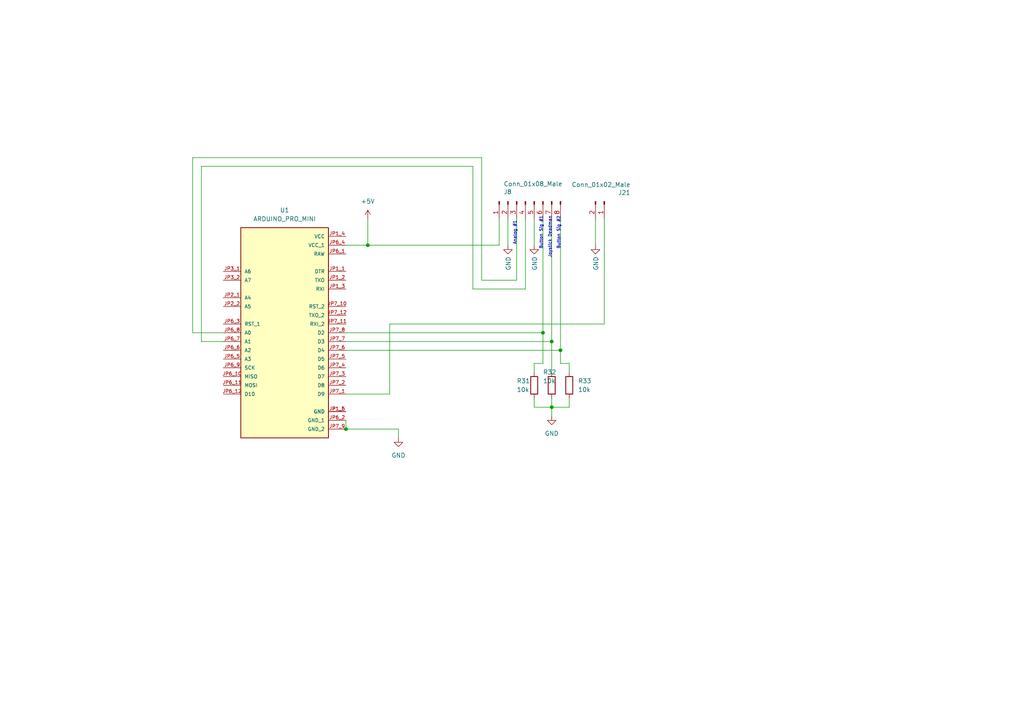
<source format=kicad_sch>
(kicad_sch (version 20230121) (generator eeschema)
  (paper "A4")
  (lib_symbols
    (symbol "ARDUINO_PRO_MINI:ARDUINO_PRO_MINI" (pin_names (offset 1.016))
      (property "Reference" "U" (at -12.7 31.75 0))
      (property "Value" "ARDUINO_PRO_MINI" (at -12.7 -33.02 0))
      (symbol "ARDUINO_PRO_MINI_0_0"
        (rectangle (start -12.7 -30.48) (end 12.7 30.48) (stroke (width 0.254)) (fill (type background)))
        (pin input line (at 17.78 17.78 180) (length 5.08) (name "DTR") (number "JP1_1"))
        (pin bidirectional line (at 17.78 15.24 180) (length 5.08) (name "TXO") (number "JP1_2"))
        (pin bidirectional line (at 17.78 12.7 180) (length 5.08) (name "RXI") (number "JP1_3"))
        (pin power_in line (at 17.78 27.94 180) (length 5.08) (name "VCC") (number "JP1_4"))
        (pin power_in line (at 17.78 -22.86 180) (length 5.08) (name "GND") (number "JP1_5"))
        (pin power_in line (at 17.78 -22.86 180) (length 5.08) (name "GND") (number "JP1_6"))
        (pin bidirectional line (at -17.78 10.16 0) (length 5.08) (name "A4") (number "JP2_1"))
        (pin bidirectional line (at -17.78 7.62 0) (length 5.08) (name "A5") (number "JP2_2"))
        (pin input line (at -17.78 17.78 0) (length 5.08) (name "A6") (number "JP3_1"))
        (pin input line (at -17.78 15.24 0) (length 5.08) (name "A7") (number "JP3_2"))
        (pin power_in line (at 17.78 22.86 180) (length 5.08) (name "RAW") (number "JP6_1"))
        (pin bidirectional line (at -17.78 -12.7 0) (length 5.08) (name "MISO") (number "JP6_10"))
        (pin bidirectional line (at -17.78 -15.24 0) (length 5.08) (name "MOSI") (number "JP6_11"))
        (pin bidirectional line (at -17.78 -17.78 0) (length 5.08) (name "D10") (number "JP6_12"))
        (pin power_in line (at 17.78 -25.4 180) (length 5.08) (name "GND_1") (number "JP6_2"))
        (pin input line (at -17.78 2.54 0) (length 5.08) (name "RST_1") (number "JP6_3"))
        (pin power_in line (at 17.78 25.4 180) (length 5.08) (name "VCC_1") (number "JP6_4"))
        (pin bidirectional line (at -17.78 -7.62 0) (length 5.08) (name "A3") (number "JP6_5"))
        (pin bidirectional line (at -17.78 -5.08 0) (length 5.08) (name "A2") (number "JP6_6"))
        (pin bidirectional line (at -17.78 -2.54 0) (length 5.08) (name "A1") (number "JP6_7"))
        (pin bidirectional line (at -17.78 0 0) (length 5.08) (name "A0") (number "JP6_8"))
        (pin bidirectional line (at -17.78 -10.16 0) (length 5.08) (name "SCK") (number "JP6_9"))
        (pin bidirectional line (at 17.78 -17.78 180) (length 5.08) (name "D9") (number "JP7_1"))
        (pin input line (at 17.78 7.62 180) (length 5.08) (name "RST_2") (number "JP7_10"))
        (pin bidirectional line (at 17.78 2.54 180) (length 5.08) (name "RXI_2") (number "JP7_11"))
        (pin bidirectional line (at 17.78 5.08 180) (length 5.08) (name "TXO_2") (number "JP7_12"))
        (pin bidirectional line (at 17.78 -15.24 180) (length 5.08) (name "D8") (number "JP7_2"))
        (pin bidirectional line (at 17.78 -12.7 180) (length 5.08) (name "D7") (number "JP7_3"))
        (pin bidirectional line (at 17.78 -10.16 180) (length 5.08) (name "D6") (number "JP7_4"))
        (pin bidirectional line (at 17.78 -7.62 180) (length 5.08) (name "D5") (number "JP7_5"))
        (pin bidirectional line (at 17.78 -5.08 180) (length 5.08) (name "D4") (number "JP7_6"))
        (pin bidirectional line (at 17.78 -2.54 180) (length 5.08) (name "D3") (number "JP7_7"))
        (pin bidirectional line (at 17.78 0 180) (length 5.08) (name "D2") (number "JP7_8"))
        (pin power_in line (at 17.78 -27.94 180) (length 5.08) (name "GND_2") (number "JP7_9"))
      )
    )
    (symbol "Device:R" (pin_numbers hide) (pin_names (offset 0))
      (property "Reference" "R" (at 2.032 0 90))
      (property "Value" "R" (at 0 0 90))
      (symbol "R_0_1"
        (rectangle (start -1.016 -2.54) (end 1.016 2.54) (stroke (width 0.254)))
      )
      (symbol "R_1_1"
        (pin passive line (at 0 3.81 270) (length 1.27) (name "~") (number "1"))
        (pin passive line (at 0 -3.81 90) (length 1.27) (name "~") (number "2"))
      )
    )
    (symbol "Motherboard_2023-rescue:Conn_01x02_Male-Connector" (pin_names (offset 1.016) hide)
      (property "Reference" "J" (at 0 2.54 0))
      (property "Value" "Connector_Conn_01x02_Male" (at 0 -5.08 0))
      (symbol "Conn_01x02_Male-Connector_1_1"
        (polyline (pts (xy 1.27 -2.54) (xy 0.8636 -2.54)) (stroke (width 0.1524)))
        (polyline (pts (xy 1.27 0) (xy 0.8636 0)) (stroke (width 0.1524)))
        (rectangle (start 0.8636 -2.413) (end 0 -2.667) (stroke (width 0.1524)) (fill (type outline)))
        (rectangle (start 0.8636 0.127) (end 0 -0.127) (stroke (width 0.1524)) (fill (type outline)))
        (pin passive line (at 5.08 0 180) (length 3.81) (name "Pin_1") (number "1"))
        (pin passive line (at 5.08 -2.54 180) (length 3.81) (name "Pin_2") (number "2"))
      )
    )
    (symbol "Motherboard_2023-rescue:Conn_01x08_Male-Connector" (pin_names (offset 1.016) hide)
      (property "Reference" "J" (at 0 10.16 0))
      (property "Value" "Connector_Conn_01x08_Male" (at 0 -12.7 0))
      (symbol "Conn_01x08_Male-Connector_1_1"
        (polyline (pts (xy 1.27 -10.16) (xy 0.8636 -10.16)) (stroke (width 0.1524)))
        (polyline (pts (xy 1.27 -7.62) (xy 0.8636 -7.62)) (stroke (width 0.1524)))
        (polyline (pts (xy 1.27 -5.08) (xy 0.8636 -5.08)) (stroke (width 0.1524)))
        (polyline (pts (xy 1.27 -2.54) (xy 0.8636 -2.54)) (stroke (width 0.1524)))
        (polyline (pts (xy 1.27 0) (xy 0.8636 0)) (stroke (width 0.1524)))
        (polyline (pts (xy 1.27 2.54) (xy 0.8636 2.54)) (stroke (width 0.1524)))
        (polyline (pts (xy 1.27 5.08) (xy 0.8636 5.08)) (stroke (width 0.1524)))
        (polyline (pts (xy 1.27 7.62) (xy 0.8636 7.62)) (stroke (width 0.1524)))
        (rectangle (start 0.8636 -10.033) (end 0 -10.287) (stroke (width 0.1524)) (fill (type outline)))
        (rectangle (start 0.8636 -7.493) (end 0 -7.747) (stroke (width 0.1524)) (fill (type outline)))
        (rectangle (start 0.8636 -4.953) (end 0 -5.207) (stroke (width 0.1524)) (fill (type outline)))
        (rectangle (start 0.8636 -2.413) (end 0 -2.667) (stroke (width 0.1524)) (fill (type outline)))
        (rectangle (start 0.8636 0.127) (end 0 -0.127) (stroke (width 0.1524)) (fill (type outline)))
        (rectangle (start 0.8636 2.667) (end 0 2.413) (stroke (width 0.1524)) (fill (type outline)))
        (rectangle (start 0.8636 5.207) (end 0 4.953) (stroke (width 0.1524)) (fill (type outline)))
        (rectangle (start 0.8636 7.747) (end 0 7.493) (stroke (width 0.1524)) (fill (type outline)))
        (pin passive line (at 5.08 7.62 180) (length 3.81) (name "Pin_1") (number "1"))
        (pin passive line (at 5.08 5.08 180) (length 3.81) (name "Pin_2") (number "2"))
        (pin passive line (at 5.08 2.54 180) (length 3.81) (name "Pin_3") (number "3"))
        (pin passive line (at 5.08 0 180) (length 3.81) (name "Pin_4") (number "4"))
        (pin passive line (at 5.08 -2.54 180) (length 3.81) (name "Pin_5") (number "5"))
        (pin passive line (at 5.08 -5.08 180) (length 3.81) (name "Pin_6") (number "6"))
        (pin passive line (at 5.08 -7.62 180) (length 3.81) (name "Pin_7") (number "7"))
        (pin passive line (at 5.08 -10.16 180) (length 3.81) (name "Pin_8") (number "8"))
      )
    )
    (symbol "power:+5V" (power) (pin_names (offset 0))
      (property "Value" "+5V" (at 0 3.556 0))
      (symbol "+5V_0_1"
        (polyline (pts (xy -0.762 1.27) (xy 0 2.54)))
        (polyline (pts (xy 0 0) (xy 0 2.54)))
        (polyline (pts (xy 0 2.54) (xy 0.762 1.27)))
      )
      (symbol "+5V_1_1"
        (pin power_in line (at 0 0 90) (length 0) hide (name "+5V") (number "1"))
      )
    )
    (symbol "power:GND" (power) (pin_names (offset 0))
      (property "Value" "GND" (at 0 -3.81 0))
      (symbol "GND_0_1"
        (polyline (pts (xy 0 0) (xy 0 -1.27) (xy 1.27 -1.27) (xy 0 -2.54) (xy -1.27 -1.27) (xy 0 -1.27)))
      )
      (symbol "GND_1_1"
        (pin power_in line (at 0 0 270) (length 0) hide (name "GND") (number "1"))
      )
    )
  )
  (junction (at 160.02 118.11))
  (junction (at 106.68 71.12))
  (junction (at 100.33 124.46))
  (junction (at 160.02 99.06))
  (junction (at 157.48 96.52))
  (junction (at 162.56 101.6))
  (wire (pts (xy 165.1 118.11) (xy 160.02 118.11)))
  (wire (pts (xy 165.1 105.41) (xy 165.1 107.95)))
  (wire (pts (xy 100.33 121.92) (xy 100.33 124.46)))
  (wire (pts (xy 100.33 101.6) (xy 162.56 101.6)))
  (wire (pts (xy 149.86 63.5) (xy 149.86 81.28)))
  (wire (pts (xy 100.33 124.46) (xy 115.57 124.46)))
  (wire (pts (xy 154.94 71.12) (xy 154.94 63.5)))
  (wire (pts (xy 162.56 63.5) (xy 162.56 101.6)))
  (wire (pts (xy 55.88 45.72) (xy 55.88 96.52)))
  (wire (pts (xy 100.33 71.12) (xy 106.68 71.12)))
  (wire (pts (xy 115.57 124.46) (xy 115.57 127)))
  (wire (pts (xy 162.56 105.41) (xy 165.1 105.41)))
  (wire (pts (xy 113.03 114.3) (xy 100.33 114.3)))
  (wire (pts (xy 157.48 96.52) (xy 157.48 105.41)))
  (wire (pts (xy 152.4 63.5) (xy 152.4 83.82)))
  (wire (pts (xy 106.68 71.12) (xy 144.78 71.12)))
  (wire (pts (xy 113.03 93.98) (xy 113.03 114.3)))
  (wire (pts (xy 157.48 105.41) (xy 154.94 105.41)))
  (wire (pts (xy 165.1 115.57) (xy 165.1 118.11)))
  (wire (pts (xy 154.94 105.41) (xy 154.94 107.95)))
  (wire (pts (xy 154.94 115.57) (xy 154.94 118.11)))
  (wire (pts (xy 144.78 71.12) (xy 144.78 63.5)))
  (wire (pts (xy 139.7 45.72) (xy 139.7 81.28)))
  (wire (pts (xy 175.26 63.5) (xy 175.26 93.98)))
  (wire (pts (xy 106.68 63.5) (xy 106.68 71.12)))
  (wire (pts (xy 147.32 71.12) (xy 147.32 63.5)))
  (wire (pts (xy 160.02 118.11) (xy 160.02 120.65)))
  (wire (pts (xy 160.02 99.06) (xy 100.33 99.06)))
  (wire (pts (xy 58.42 99.06) (xy 58.42 48.26)))
  (wire (pts (xy 100.33 96.52) (xy 157.48 96.52)))
  (wire (pts (xy 152.4 83.82) (xy 137.16 83.82)))
  (wire (pts (xy 139.7 45.72) (xy 55.88 45.72)))
  (wire (pts (xy 160.02 99.06) (xy 160.02 107.95)))
  (wire (pts (xy 162.56 101.6) (xy 162.56 105.41)))
  (wire (pts (xy 55.88 96.52) (xy 64.77 96.52)))
  (wire (pts (xy 113.03 93.98) (xy 175.26 93.98)))
  (wire (pts (xy 64.77 99.06) (xy 58.42 99.06)))
  (wire (pts (xy 58.42 48.26) (xy 137.16 48.26)))
  (wire (pts (xy 157.48 63.5) (xy 157.48 96.52)))
  (wire (pts (xy 172.72 63.5) (xy 172.72 71.12)))
  (wire (pts (xy 160.02 118.11) (xy 160.02 115.57)))
  (wire (pts (xy 154.94 118.11) (xy 160.02 118.11)))
  (wire (pts (xy 137.16 48.26) (xy 137.16 83.82)))
  (wire (pts (xy 149.86 81.28) (xy 139.7 81.28)))
  (wire (pts (xy 160.02 63.5) (xy 160.02 99.06)))
  (text "Joystick Deadman \n" (at 160.02 74.93 90) (effects (font (size 0.889 0.889)) (justify left bottom)))
  (text "Button Sig #2" (at 162.56 72.39 90) (effects (font (size 0.889 0.889)) (justify left bottom)))
  (text "Button Sig #1" (at 157.48 72.39 90) (effects (font (size 0.889 0.889)) (justify left bottom)))
  (text "Analog #1" (at 149.86 71.12 90) (effects (font (size 0.889 0.889)) (justify left bottom)))
  (symbol (lib_id "Motherboard_2023-rescue:Conn_01x02_Male-Connector") (at 175.26 58.42 270) (unit 1)
    (property "Reference" "J21" (at 182.88 55.88 90) (effects (justify right)))
    (property "Value" "Conn_01x02_Male" (at 182.88 53.5686 90) (effects (justify right)))
    (property "Footprint" "TerminalBlock_Phoenix:TerminalBlock_Phoenix_MKDS-1,5-2-5.08_1x02_P5.08mm_Horizontal" (effects hide))
    (instances (project "Motherboard23-24" (path "" (reference "J21") (unit 1))) (project "Motherboard_2023" (path "" (reference "J8") (unit 1)) (path "" (reference "J8") (unit 1))))
  )
  (symbol (lib_id "Device:R") (at 154.94 111.76 0) (unit 1)
    (property "Reference" "R31" (at 149.86 110.49 0) (effects (justify left)))
    (property "Value" "10k" (at 149.86 113.03 0) (effects (justify left)))
    (property "Footprint" "Resistor_THT:R_Axial_DIN0207_L6.3mm_D2.5mm_P10.16mm_Horizontal" (effects hide))
  )
  (symbol (lib_id "Motherboard_2023-rescue:Conn_01x08_Male-Connector") (at 152.4 58.42 90) (mirror x) (unit 1)
    (property "Reference" "J8" (at 146.05 55.6514 90) (effects (justify right)))
    (property "Value" "Conn_01x08_Male" (at 146.05 53.34 90) (effects (justify right)))
    (property "Footprint" "TerminalBlock_Phoenix:TerminalBlock_Phoenix_MKDS-1,5-8-5.08_1x08_P5.08mm_Horizontal" (effects hide))
    (instances (project "Motherboard23-24" (path "" (reference "J8") (unit 1))) (project "Motherboard_2023" (path "" (reference "J9") (unit 1))))
  )
  (symbol (lib_id "Device:R") (at 160.02 111.76 0) (unit 1)
    (property "Reference" "R32" (at 157.48 107.95 0) (effects (justify left)))
    (property "Value" "10k" (at 157.48 110.49 0) (effects (justify left)))
    (property "Footprint" "Resistor_THT:R_Axial_DIN0207_L6.3mm_D2.5mm_P10.16mm_Horizontal" (effects hide))
  )
  (symbol (lib_id "ARDUINO_PRO_MINI:ARDUINO_PRO_MINI") (at 82.55 96.52 0) (unit 1)
    (property "Reference" "U1" (at 82.55 60.96 0))
    (property "Value" "ARDUINO_PRO_MINI" (at 82.55 63.5 0))
    (property "Footprint" "ARDUINO_PRO_MINI:MODULE_ARDUINO_PRO_MINI" (effects hide))
    (property "MF" "Arduino" (effects hide))
    (property "MAXIMUM_PACKAGE_HEIGHT" "N/A" (effects hide))
    (property "Package" "None" (effects hide))
    (property "Price" "None" (effects hide))
    (property "Check_prices" "https://www.snapeda.com/parts/Arduino%20Pro%20Mini/Arduino/view-part/?ref=eda" (effects hide))
    (property "STANDARD" "Manufacturer Recommendations" (effects hide))
    (property "PARTREV" "N/A" (effects hide))
    (property "SnapEDA_Link" "https://www.snapeda.com/parts/Arduino%20Pro%20Mini/Arduino/view-part/?ref=snap" (effects hide))
    (property "MP" "Arduino Pro Mini" (effects hide))
    (property "Description" "\nThis board was developed for applications and installations where space is premium and projects are made as permanent set ups. Small, available in 3.3 V and 5 V versions, powered by ATmega328P.\n" (effects hide))
    (property "Availability" "In Stock" (effects hide))
    (property "MANUFACTURER" "SparkFun Electronics" (effects hide))
    (instances (project "Motherboard23-24" (path "" (reference "U1") (unit 1)) (path "" (reference "U2") (unit 1)) (path "" (reference "U5") (unit 1))))
  )
  (symbol (lib_id "power:GND") (at 115.57 127 0) (unit 1)
    (property "Reference" "#PWR01" (effects hide))
    (property "Value" "GND" (at 115.57 132.08 0))
    (instances (project "Motherboard23-24" (path "" (reference "#PWR01") (unit 1)) (path "" (reference "#PWR034") (unit 1))))
  )
  (symbol (lib_id "power:GND") (at 147.32 71.12 0) (unit 1)
    (property "Reference" "#PWR035" (effects hide))
    (property "Value" "GND" (at 147.447 74.3712 90) (effects (justify right)))
    (instances (project "Motherboard23-24" (path "" (reference "#PWR035") (unit 1))) (project "Motherboard_2023" (path "" (reference "#PWR032") (unit 1))))
  )
  (symbol (lib_id "Device:R") (at 165.1 111.76 0) (unit 1)
    (property "Reference" "R33" (at 167.64 110.49 0) (effects (justify left)))
    (property "Value" "10k" (at 167.64 113.03 0) (effects (justify left)))
    (property "Footprint" "Resistor_THT:R_Axial_DIN0207_L6.3mm_D2.5mm_P10.16mm_Horizontal" (effects hide))
  )
  (symbol (lib_id "power:GND") (at 154.94 71.12 0) (unit 1)
    (property "Reference" "#PWR036" (effects hide))
    (property "Value" "GND" (at 155.067 74.3712 90) (effects (justify right)))
    (instances (project "Motherboard23-24" (path "" (reference "#PWR036") (unit 1))) (project "Motherboard_2023" (path "" (reference "#PWR033") (unit 1))))
  )
  (symbol (lib_id "power:GND") (at 160.02 120.65 0) (unit 1)
    (property "Reference" "#PWR037" (effects hide))
    (property "Value" "GND" (at 160.02 125.73 0))
  )
  (symbol (lib_id "power:GND") (at 172.72 71.12 0) (unit 1)
    (property "Reference" "#PWR038" (effects hide))
    (property "Value" "GND" (at 172.847 74.3712 90) (effects (justify right)))
    (instances (project "Motherboard23-24" (path "" (reference "#PWR038") (unit 1))) (project "Motherboard_2023" (path "" (reference "#PWR033") (unit 1))))
  )
  (symbol (lib_id "power:+5V") (at 106.68 63.5 0) (unit 1)
    (property "Reference" "#PWR02" (effects hide))
    (property "Value" "+5V" (at 106.68 58.42 0))
    (instances (project "Motherboard23-24" (path "" (reference "#PWR02") (unit 1)) (path "" (reference "#PWR033") (unit 1))))
  )
)
</source>
